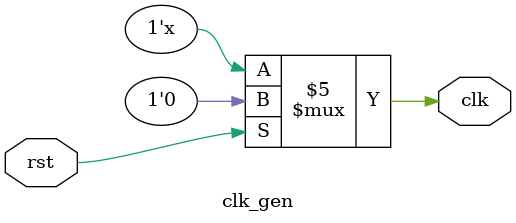
<source format=v>
module clk_gen (
    input  rst,
    output reg clk);

    task cg;
    begin
        if (rst)
            clk = 1'b0;
        else
            clk = ~clk;
    end
    endtask

    // Clock generation
    always begin
        cg();
        #2;        // Half period = 2 time units
    end
endmodule


</source>
